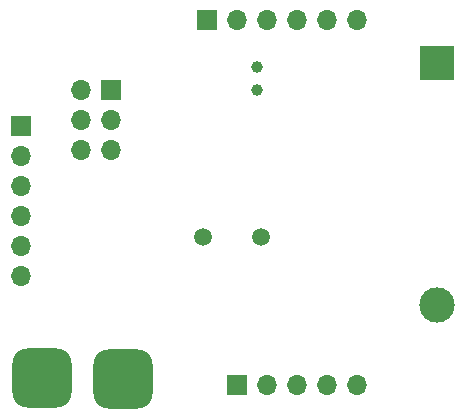
<source format=gbr>
%TF.GenerationSoftware,KiCad,Pcbnew,7.0.7*%
%TF.CreationDate,2024-12-30T17:22:27+01:00*%
%TF.ProjectId,Movement5037,4d6f7665-6d65-46e7-9435-3033372e6b69,rev?*%
%TF.SameCoordinates,Original*%
%TF.FileFunction,Soldermask,Bot*%
%TF.FilePolarity,Negative*%
%FSLAX46Y46*%
G04 Gerber Fmt 4.6, Leading zero omitted, Abs format (unit mm)*
G04 Created by KiCad (PCBNEW 7.0.7) date 2024-12-30 17:22:27*
%MOMM*%
%LPD*%
G01*
G04 APERTURE LIST*
G04 Aperture macros list*
%AMRoundRect*
0 Rectangle with rounded corners*
0 $1 Rounding radius*
0 $2 $3 $4 $5 $6 $7 $8 $9 X,Y pos of 4 corners*
0 Add a 4 corners polygon primitive as box body*
4,1,4,$2,$3,$4,$5,$6,$7,$8,$9,$2,$3,0*
0 Add four circle primitives for the rounded corners*
1,1,$1+$1,$2,$3*
1,1,$1+$1,$4,$5*
1,1,$1+$1,$6,$7*
1,1,$1+$1,$8,$9*
0 Add four rect primitives between the rounded corners*
20,1,$1+$1,$2,$3,$4,$5,0*
20,1,$1+$1,$4,$5,$6,$7,0*
20,1,$1+$1,$6,$7,$8,$9,0*
20,1,$1+$1,$8,$9,$2,$3,0*%
G04 Aperture macros list end*
%ADD10R,1.700000X1.700000*%
%ADD11O,1.700000X1.700000*%
%ADD12C,1.000000*%
%ADD13C,1.500000*%
%ADD14RoundRect,1.250000X1.250000X1.250000X-1.250000X1.250000X-1.250000X-1.250000X1.250000X-1.250000X0*%
%ADD15R,3.000000X3.000000*%
%ADD16C,3.000000*%
G04 APERTURE END LIST*
D10*
%TO.C,J1*%
X87376000Y-96354000D03*
D11*
X89916000Y-96354000D03*
X92456000Y-96354000D03*
X94996000Y-96354000D03*
X97536000Y-96354000D03*
%TD*%
D12*
%TO.C,Y2*%
X89090000Y-69408000D03*
X89090000Y-71308000D03*
%TD*%
D13*
%TO.C,Y1*%
X84486500Y-83820000D03*
X89366500Y-83820000D03*
%TD*%
D10*
%TO.C,J4*%
X84836000Y-65405000D03*
D11*
X87376000Y-65405000D03*
X89916000Y-65405000D03*
X92456000Y-65405000D03*
X94996000Y-65405000D03*
X97536000Y-65405000D03*
%TD*%
D14*
%TO.C,J8*%
X70866000Y-95758000D03*
%TD*%
%TO.C,J5*%
X77724000Y-95854000D03*
%TD*%
D10*
%TO.C,J6*%
X69088000Y-74422000D03*
D11*
X69088000Y-76962000D03*
X69088000Y-79502000D03*
X69088000Y-82042000D03*
X69088000Y-84582000D03*
X69088000Y-87122000D03*
%TD*%
D15*
%TO.C,BT1*%
X104267000Y-69030000D03*
D16*
X104267000Y-89520000D03*
%TD*%
D10*
%TO.C,J7*%
X76708000Y-71374000D03*
D11*
X74168000Y-71374000D03*
X76708000Y-73914000D03*
X74168000Y-73914000D03*
X76708000Y-76454000D03*
X74168000Y-76454000D03*
%TD*%
M02*

</source>
